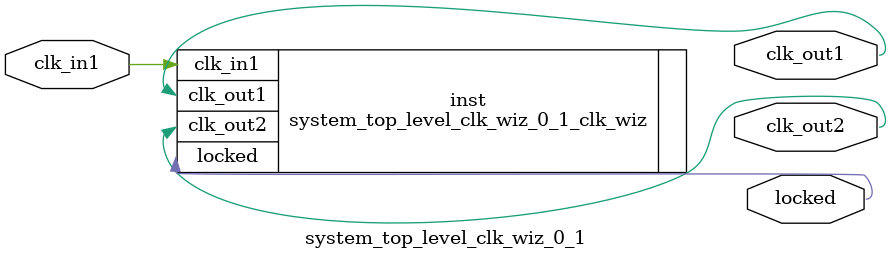
<source format=v>


`timescale 1ps/1ps

(* CORE_GENERATION_INFO = "system_top_level_clk_wiz_0_1,clk_wiz_v6_0_6_0_0,{component_name=system_top_level_clk_wiz_0_1,use_phase_alignment=false,use_min_o_jitter=false,use_max_i_jitter=false,use_dyn_phase_shift=false,use_inclk_switchover=false,use_dyn_reconfig=false,enable_axi=0,feedback_source=FDBK_AUTO,PRIMITIVE=PLL,num_out_clk=2,clkin1_period=8.000,clkin2_period=10.000,use_power_down=false,use_reset=false,use_locked=true,use_inclk_stopped=false,feedback_type=SINGLE,CLOCK_MGR_TYPE=NA,manual_override=false}" *)

module system_top_level_clk_wiz_0_1 
 (
  // Clock out ports
  output        clk_out1,
  output        clk_out2,
  // Status and control signals
  output        locked,
 // Clock in ports
  input         clk_in1
 );

  system_top_level_clk_wiz_0_1_clk_wiz inst
  (
  // Clock out ports  
  .clk_out1(clk_out1),
  .clk_out2(clk_out2),
  // Status and control signals               
  .locked(locked),
 // Clock in ports
  .clk_in1(clk_in1)
  );

endmodule

</source>
